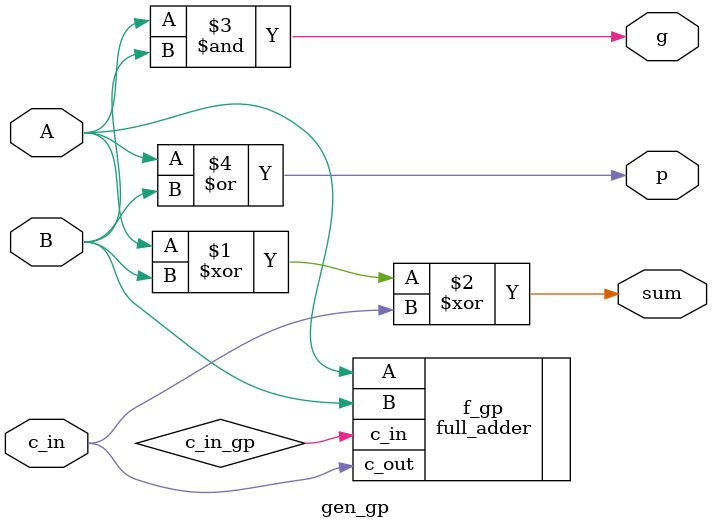
<source format=v>
`timescale 1ps/1ps
module gen_gp (
    input A,
    input B,
    input c_in,
    output sum,
    output g,
    output p
);
    wire c_in_gp;

    full_adder f_gp (.A(A), .B(B), .c_in(c_in_gp), .c_out(c_in));
    
    assign sum = A ^ B ^ c_in;
    assign g = A & B;
    assign p = A | B;
endmodule
</source>
